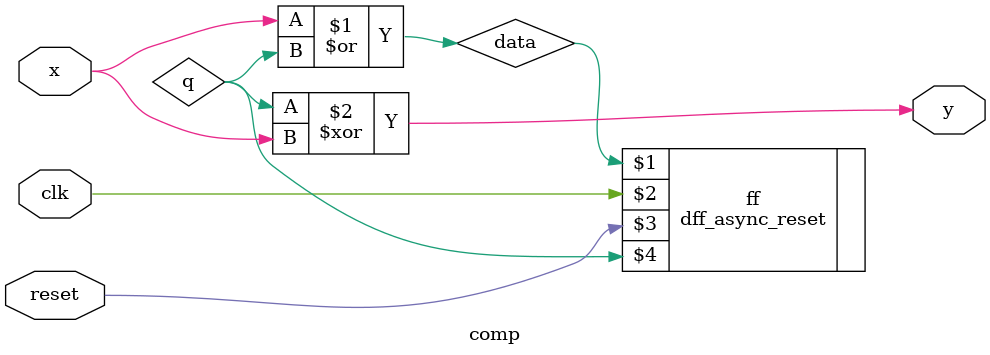
<source format=v>

module comp(
	input wire x, 
	input wire reset,
	input wire clk,
	output wire y
);
	
	or or_data(data, x, q);
	xor xor_y(y, q, x);
	
	dff_async_reset ff(data, clk, reset, q);
	
endmodule

</source>
